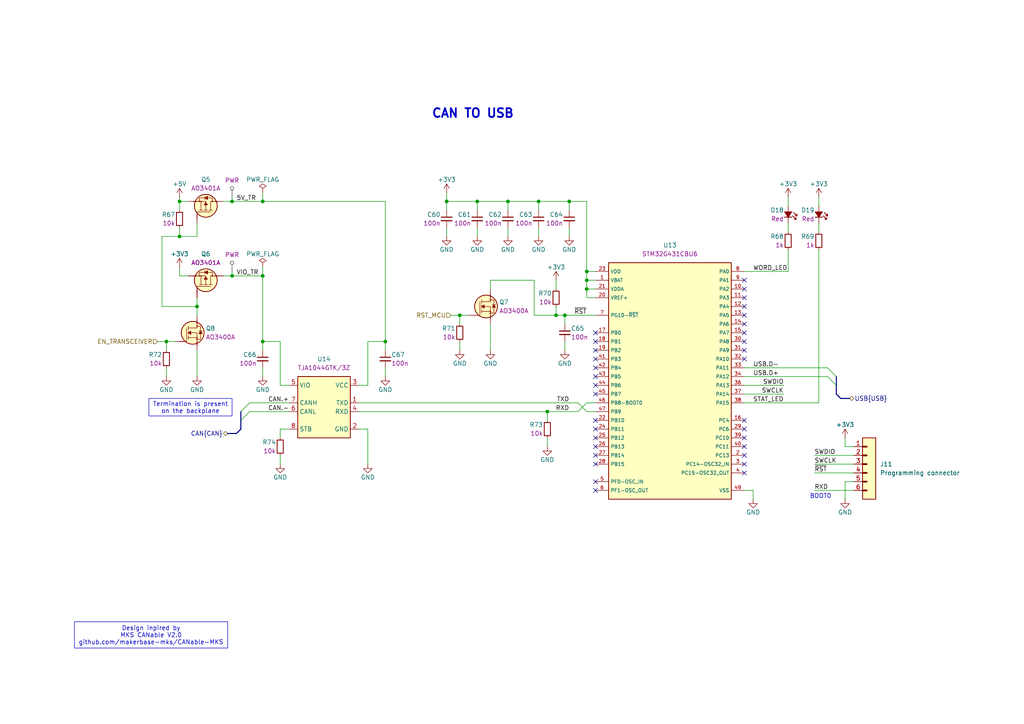
<source format=kicad_sch>
(kicad_sch (version 20250114) (generator "eeschema") (generator_version "9.0")
  (paper "A4")
  (title_block (title "ModuCard CM5 module") (date "2025-07-05") (rev "1.0.0") (company "KoNaR") (comment 1 "Project author: Dominik Pluta"))
  (lib_symbols
    (symbol "DW-ICs:STM32G431CBU6"
      (property "Reference" "U" (at 60.96 0 0))
      (property "MPN" "STM32G431CBU6" (at 60.96 -15.24 0))
      (symbol "STM32G431CBU6_0_0"
        (pin bidirectional line (at 0 0 0) (length 3.81) (name "PA0") (number "8"))
        (pin bidirectional line (at 0 -2.54 0) (length 3.81) (name "PA1") (number "9"))
        (pin bidirectional line (at 0 -5.08 0) (length 3.81) (name "PA2") (number "10"))
        (pin bidirectional line (at 0 -7.62 0) (length 3.81) (name "PA3") (number "11"))
        (pin bidirectional line (at 0 -10.16 0) (length 3.81) (name "PA4") (number "12"))
        (pin bidirectional line (at 0 -12.7 0) (length 3.81) (name "PA5") (number "13"))
        (pin bidirectional line (at 0 -15.24 0) (length 3.81) (name "PA6") (number "14"))
        (pin bidirectional line (at 0 -17.78 0) (length 3.81) (name "PA7") (number "15"))
        (pin bidirectional line (at 0 -20.32 0) (length 3.81) (name "PA8") (number "30"))
        (pin bidirectional line (at 0 -22.86 0) (length 3.81) (name "PA9") (number "31"))
        (pin bidirectional line (at 0 -25.4 0) (length 3.81) (name "PA10") (number "32"))
        (pin bidirectional line (at 0 -27.94 0) (length 3.81) (name "PA11") (number "33"))
        (pin bidirectional line (at 0 -30.48 0) (length 3.81) (name "PA12") (number "34"))
        (pin bidirectional line (at 0 -33.02 0) (length 3.81) (name "PA13") (number "36"))
        (pin bidirectional line (at 0 -35.56 0) (length 3.81) (name "PA14") (number "37"))
        (pin bidirectional line (at 0 -38.1 0) (length 3.81) (name "PA15") (number "38"))
        (pin bidirectional line (at 0 -43.18 0) (length 3.81) (name "PC4") (number "16"))
        (pin bidirectional line (at 0 -45.72 0) (length 3.81) (name "PC6") (number "29"))
        (pin bidirectional line (at 0 -48.26 0) (length 3.81) (name "PC10") (number "39"))
        (pin bidirectional line (at 0 -50.8 0) (length 3.81) (name "PC11") (number "40"))
        (pin bidirectional line (at 0 -53.34 0) (length 3.81) (name "PC13") (number "2"))
        (pin bidirectional line (at 0 -55.88 0) (length 3.81) (name "PC14-OSC32_IN") (number "3"))
        (pin bidirectional line (at 0 -58.42 0) (length 3.81) (name "PC15-OSC32_OUT") (number "4"))
        (pin power_in line (at 0 -63.5 0) (length 3.81) (name "VSS") (number "49"))
        (pin power_in line (at 43.18 0 180) (length 3.81) (name "VDD") (number "23"))
        (pin power_in line (at 43.18 -2.54 180) (length 3.81) (name "VBAT") (number "1"))
        (pin power_in line (at 43.18 -5.08 180) (length 3.81) (name "VDDA") (number "21"))
        (pin power_in line (at 43.18 -7.62 180) (length 3.81) (name "VREF+") (number "20"))
        (pin bidirectional line (at 43.18 -12.7 180) (length 3.81) (name "PG10-~{RST}") (number "7"))
        (pin bidirectional line (at 43.18 -17.78 180) (length 3.81) (name "PB0") (number "17"))
        (pin bidirectional line (at 43.18 -20.32 180) (length 3.81) (name "PB1") (number "18"))
        (pin bidirectional line (at 43.18 -22.86 180) (length 3.81) (name "PB2") (number "19"))
        (pin bidirectional line (at 43.18 -25.4 180) (length 3.81) (name "PB3") (number "41"))
        (pin bidirectional line (at 43.18 -27.94 180) (length 3.81) (name "PB4") (number "42"))
        (pin bidirectional line (at 43.18 -30.48 180) (length 3.81) (name "PB5") (number "43"))
        (pin bidirectional line (at 43.18 -33.02 180) (length 3.81) (name "PB6") (number "44"))
        (pin bidirectional line (at 43.18 -35.56 180) (length 3.81) (name "PB7") (number "45"))
        (pin bidirectional line (at 43.18 -38.1 180) (length 3.81) (name "PB8-BOOT0") (number "46"))
        (pin bidirectional line (at 43.18 -40.64 180) (length 3.81) (name "PB9") (number "47"))
        (pin bidirectional line (at 43.18 -43.18 180) (length 3.81) (name "PB10") (number "22"))
        (pin bidirectional line (at 43.18 -45.72 180) (length 3.81) (name "PB11") (number "24"))
        (pin bidirectional line (at 43.18 -48.26 180) (length 3.81) (name "PB12") (number "25"))
        (pin bidirectional line (at 43.18 -50.8 180) (length 3.81) (name "PB13") (number "26"))
        (pin bidirectional line (at 43.18 -53.34 180) (length 3.81) (name "PB14") (number "27"))
        (pin bidirectional line (at 43.18 -55.88 180) (length 3.81) (name "PB15") (number "28"))
      )
      (symbol "STM32G431CBU6_1_0"
        (pin passive line (at 43.18 0 180) (length 3.81) (hide yes) (name "VDD") (number "35"))
        (pin passive line (at 43.18 0 180) (length 3.81) (hide yes) (name "VDD") (number "48"))
        (pin input line (at 43.18 -60.96 180) (length 3.81) (name "PF0-OSC_IN") (number "5"))
        (pin output line (at 43.18 -63.5 180) (length 3.81) (name "PF1-OSC_OUT") (number "6"))
      )
    )
    (symbol "DW-ICs:TJA1044GTK_3Z"
      (property "Reference" "U" (at 31.75 0 0))
      (property "MPN" "TJA1044GTK/3Z" (at 31.75 -15.24 0))
      (symbol "TJA1044GTK_3Z_1_1"
        (pin power_in line (at 0 0 0) (length 2.54) (name "VCC") (number "3"))
        (pin input line (at 0 -5.08 0) (length 2.54) (name "TXD") (number "1"))
        (pin output line (at 0 -7.62 0) (length 2.54) (name "RXD") (number "4"))
        (pin power_in line (at 0 -12.7 0) (length 2.54) (name "GND") (number "2"))
        (pin passive line (at 0 -12.7 0) (length 2.54) (hide yes) (name "GND") (number "9"))
        (pin power_in line (at 20.32 0 180) (length 2.54) (name "VIO") (number "5"))
        (pin bidirectional line (at 20.32 -5.08 180) (length 2.54) (name "CANH") (number "7"))
        (pin bidirectional line (at 20.32 -7.62 180) (length 2.54) (name "CANL") (number "6"))
        (pin passive line (at 20.32 -12.7 180) (length 2.54) (name "STB") (number "8"))
      )
    )
    (symbol "DW-capacitors:C-100n-0402" (pin_numbers (hide yes)) (pin_names (hide yes))
      (property "Reference" "C" (at 12.7 0 0))
      (property "Val" "100n" (at 12.7 -20.32 0))
      (symbol "C-100n-0402_1_1"
        (pin passive line (at 0 0 0) (length 2.032) (name "~") (number "1"))
        (pin passive line (at 5.08 0 180) (length 2.032) (name "~") (number "2"))
      )
    )
    (symbol "DW-connectors:Custom-programming-connector-1x6_P1.27mm" (in_bom no)
      (property "Reference" "J" (at 8.89 0 0))
      (property "Value" "Programming connector" (at 8.89 -2.54 0))
      (symbol "Custom-programming-connector-1x6_P1.27mm_1_1"
        (pin passive line (at 0 0 0) (length 2.54) (name "~") (number "1"))
        (pin passive line (at 0 -2.54 0) (length 2.54) (name "~") (number "2"))
        (pin passive line (at 0 -5.08 0) (length 2.54) (name "~") (number "3"))
        (pin passive line (at 0 -7.62 0) (length 2.54) (name "~") (number "4"))
        (pin passive line (at 0 -10.16 0) (length 2.54) (name "~") (number "5"))
        (pin passive line (at 0 -12.7 0) (length 2.54) (name "~") (number "6"))
      )
    )
    (symbol "DW-diodes:LED-R-0603_KT-0603R" (pin_numbers (hide yes)) (pin_names (hide yes))
      (property "Reference" "D" (at 12.7 0 0))
      (property "Color" "Red" (at 12.7 -20.32 0))
      (symbol "LED-R-0603_KT-0603R_1_1"
        (pin passive line (at 0 0 0) (length 0.635) (name "C") (number "1"))
        (pin passive line (at 5.08 0 180) (length 0.635) (name "A") (number "2"))
      )
    )
    (symbol "DW-power-symbols:+3V3" (power) (pin_numbers (hide yes)) (pin_names (offset 0) (hide yes))
      (property "Value" "+3V3" (at 0 3.556 0))
      (symbol "+3V3_1_1"
        (pin power_in line (at 0 0 90) (length 0) (name "~") (number "1"))
      )
    )
    (symbol "DW-power-symbols:+5V" (power) (pin_numbers (hide yes)) (pin_names (offset 0) (hide yes))
      (property "Value" "+5V" (at 0 3.556 0))
      (symbol "+5V_1_1"
        (pin power_in line (at 0 0 90) (length 0) (name "~") (number "1"))
      )
    )
    (symbol "DW-power-symbols:GND" (power) (pin_numbers (hide yes)) (pin_names (offset 0) (hide yes))
      (property "Value" "GND" (at 0 -3.81 0))
      (symbol "GND_1_1"
        (pin power_in line (at 0 0 270) (length 0) (name "~") (number "1"))
      )
    )
    (symbol "DW-power-symbols:PWR_FLAG" (power) (pin_numbers (hide yes)) (pin_names (offset 0) (hide yes))
      (property "Value" "PWR_FLAG" (at 0 3.81 0))
      (symbol "PWR_FLAG_0_0"
        (pin power_out line (at 0 0 90) (length 0) (name "~") (number "1"))
      )
    )
    (symbol "DW-resistors:R-10k-0402" (pin_numbers (hide yes)) (pin_names (offset 0) (hide yes))
      (property "Reference" "R" (at 12.7 0 0))
      (property "Val" "10k" (at 12.7 -20.32 0))
      (symbol "R-10k-0402_1_1"
        (pin passive line (at 0 0 0) (length 0.635) (name "~") (number "1"))
        (pin passive line (at 5.08 0 180) (length 0.635) (name "~") (number "2"))
      )
    )
    (symbol "DW-resistors:R-1k-0402" (pin_numbers (hide yes)) (pin_names (offset 0) (hide yes))
      (property "Reference" "R" (at 12.7 0 0))
      (property "Val" "1k" (at 12.7 -20.32 0))
      (symbol "R-1k-0402_1_1"
        (pin passive line (at 0 0 0) (length 0.635) (name "~") (number "1"))
        (pin passive line (at 5.08 0 180) (length 0.635) (name "~") (number "2"))
      )
    )
    (symbol "DW-transistors:AO3400A" (pin_numbers (hide yes)) (pin_names (offset 0) (hide yes))
      (property "Reference" "Q" (at 10.16 0 0))
      (property "MPN" "AO3400A" (at 10.16 -15.24 0))
      (symbol "AO3400A_1_1"
        (pin passive line (at 0 0 0) (length 2.54) (name "G") (number "1"))
        (pin passive line (at 6.35 7.62 270) (length 2.54) (name "D") (number "3"))
        (pin passive line (at 6.35 -2.54 90) (length 2.54) (name "S") (number "2"))
      )
    )
    (symbol "DW-transistors:AO3401A" (pin_numbers (hide yes)) (pin_names (offset 0) (hide yes))
      (property "Reference" "Q" (at 10.16 0 0))
      (property "MPN" "AO3401A" (at 10.16 -15.24 0))
      (symbol "AO3401A_1_1"
        (pin passive line (at 0 0 0) (length 2.54) (name "G") (number "1"))
        (pin passive line (at 6.35 7.62 270) (length 2.54) (name "D") (number "3"))
        (pin passive line (at 6.35 -2.54 90) (length 2.54) (name "S") (number "2"))
      )
    )
  )
  (text "BOOT0" (at 237.998 144.018 0) (effects (font (size 1.27 1.27))))
  (text "CAN TO USB" (at 137.16 33.02 0) (effects (font (size 2.54 2.54) (bold yes))))
  (text_box "Termination is present\non the backplane" (at 43.18 115.57 0) (size 24.13 5.08) (margins 0.9525 0.9525 0.9525 0.9525) (effects (font (size 1.27 1.27))))
  (text_box "Design inpired by \nMKS CANable V2.0\ngithub.com/makerbase-mks/CANable-MKS" (at 21.59 180.34 0) (size 44.45 7.62) (margins 0.9525 0.9525 0.9525 0.9525) (effects (font (size 1.27 1.27))))
  (junction (at 165.1 58.42))
  (junction (at 133.35 91.44))
  (junction (at 111.76 99.06))
  (junction (at 76.2 80.01))
  (junction (at 48.26 99.06))
  (junction (at 147.32 58.42))
  (junction (at 67.31 58.42))
  (junction (at 52.07 58.42))
  (junction (at 163.83 91.44))
  (junction (at 76.2 99.06))
  (junction (at 76.2 58.42))
  (junction (at 57.15 88.9))
  (junction (at 170.18 78.74))
  (junction (at 52.07 68.58))
  (junction (at 161.29 91.44))
  (junction (at 170.18 83.82))
  (junction (at 67.31 80.01))
  (junction (at 138.43 58.42))
  (junction (at 129.54 58.42))
  (junction (at 170.18 81.28))
  (junction (at 156.21 58.42))
  (junction (at 158.75 119.38))
  (no_connect (at 172.72 121.92))
  (no_connect (at 172.72 114.3))
  (no_connect (at 215.9 134.62))
  (no_connect (at 215.9 137.16))
  (no_connect (at 215.9 88.9))
  (no_connect (at 172.72 142.24))
  (no_connect (at 215.9 99.06))
  (no_connect (at 215.9 91.44))
  (no_connect (at 215.9 96.52))
  (no_connect (at 215.9 83.82))
  (no_connect (at 215.9 101.6))
  (no_connect (at 172.72 104.14))
  (no_connect (at 215.9 81.28))
  (no_connect (at 172.72 139.7))
  (no_connect (at 172.72 129.54))
  (no_connect (at 172.72 124.46))
  (no_connect (at 215.9 121.92))
  (no_connect (at 172.72 109.22))
  (no_connect (at 172.72 127))
  (no_connect (at 172.72 134.62))
  (no_connect (at 215.9 124.46))
  (no_connect (at 172.72 106.68))
  (no_connect (at 172.72 111.76))
  (no_connect (at 215.9 86.36))
  (no_connect (at 172.72 101.6))
  (no_connect (at 172.72 96.52))
  (no_connect (at 215.9 93.98))
  (no_connect (at 172.72 132.08))
  (no_connect (at 215.9 104.14))
  (no_connect (at 215.9 129.54))
  (no_connect (at 215.9 127))
  (no_connect (at 215.9 132.08))
  (no_connect (at 172.72 99.06))
  (bus_entry (at 240.03 106.68) (size 2.54 2.54))
  (bus_entry (at 240.03 109.22) (size 2.54 2.54))
  (bus_entry (at 69.85 119.38) (size 2.54 -2.54))
  (bus_entry (at 69.85 121.92) (size 2.54 -2.54))
  (wire (pts (xy 158.75 119.38) (xy 167.64 119.38)))
  (wire (pts (xy 76.2 80.01) (xy 76.2 99.06)))
  (wire (pts (xy 158.75 129.54) (xy 158.75 127)))
  (wire (pts (xy 45.72 99.06) (xy 48.26 99.06)))
  (wire (pts (xy 245.11 139.7) (xy 245.11 144.78)))
  (wire (pts (xy 52.07 60.96) (xy 52.07 58.42)))
  (wire (pts (xy 147.32 58.42) (xy 147.32 60.96)))
  (wire (pts (xy 104.14 116.84) (xy 167.64 116.84)))
  (wire (pts (xy 156.21 68.58) (xy 156.21 66.04)))
  (wire (pts (xy 245.11 127) (xy 245.11 129.54)))
  (wire (pts (xy 172.72 81.28) (xy 170.18 81.28)))
  (wire (pts (xy 218.44 142.24) (xy 215.9 142.24)))
  (wire (pts (xy 170.18 78.74) (xy 172.72 78.74)))
  (wire (pts (xy 172.72 86.36) (xy 170.18 86.36)))
  (wire (pts (xy 163.83 91.44) (xy 163.83 93.98)))
  (wire (pts (xy 237.49 64.77) (xy 237.49 67.31)))
  (wire (pts (xy 172.72 83.82) (xy 170.18 83.82)))
  (wire (pts (xy 130.81 91.44) (xy 133.35 91.44)))
  (wire (pts (xy 46.99 68.58) (xy 46.99 88.9)))
  (wire (pts (xy 76.2 99.06) (xy 81.28 99.06)))
  (wire (pts (xy 161.29 91.44) (xy 163.83 91.44)))
  (wire (pts (xy 215.9 111.76) (xy 227.33 111.76)))
  (wire (pts (xy 106.68 124.46) (xy 106.68 134.62)))
  (wire (pts (xy 215.9 109.22) (xy 240.03 109.22)))
  (wire (pts (xy 57.15 68.58) (xy 52.07 68.58)))
  (wire (pts (xy 106.68 99.06) (xy 106.68 111.76)))
  (wire (pts (xy 106.68 99.06) (xy 111.76 99.06)))
  (wire (pts (xy 57.15 88.9) (xy 57.15 91.44)))
  (wire (pts (xy 247.65 142.24) (xy 236.22 142.24)))
  (wire (pts (xy 147.32 68.58) (xy 147.32 66.04)))
  (wire (pts (xy 228.6 64.77) (xy 228.6 67.31)))
  (wire (pts (xy 237.49 57.15) (xy 237.49 59.69)))
  (wire (pts (xy 57.15 109.22) (xy 57.15 101.6)))
  (wire (pts (xy 81.28 127) (xy 81.28 124.46)))
  (wire (pts (xy 52.07 77.47) (xy 52.07 80.01)))
  (wire (pts (xy 154.94 81.28) (xy 154.94 91.44)))
  (wire (pts (xy 67.31 80.01) (xy 76.2 80.01)))
  (wire (pts (xy 138.43 58.42) (xy 129.54 58.42)))
  (wire (pts (xy 161.29 88.9) (xy 161.29 91.44)))
  (wire (pts (xy 215.9 78.74) (xy 228.6 78.74)))
  (wire (pts (xy 48.26 99.06) (xy 50.8 99.06)))
  (wire (pts (xy 67.31 78.74) (xy 67.31 80.01)))
  (wire (pts (xy 170.18 116.84) (xy 172.72 116.84)))
  (wire (pts (xy 67.31 57.15) (xy 67.31 58.42)))
  (wire (pts (xy 52.07 57.15) (xy 52.07 58.42)))
  (wire (pts (xy 129.54 68.58) (xy 129.54 66.04)))
  (wire (pts (xy 57.15 86.36) (xy 57.15 88.9)))
  (wire (pts (xy 104.14 119.38) (xy 158.75 119.38)))
  (bus (pts (xy 242.57 109.22) (xy 242.57 111.76)))
  (wire (pts (xy 133.35 101.6) (xy 133.35 99.06)))
  (wire (pts (xy 215.9 116.84) (xy 237.49 116.84)))
  (wire (pts (xy 215.9 106.68) (xy 240.03 106.68)))
  (wire (pts (xy 133.35 93.98) (xy 133.35 91.44)))
  (wire (pts (xy 111.76 58.42) (xy 111.76 99.06)))
  (bus (pts (xy 242.57 111.76) (xy 242.57 114.3)))
  (wire (pts (xy 81.28 111.76) (xy 83.82 111.76)))
  (wire (pts (xy 147.32 58.42) (xy 138.43 58.42)))
  (wire (pts (xy 161.29 81.28) (xy 161.29 83.82)))
  (wire (pts (xy 138.43 68.58) (xy 138.43 66.04)))
  (bus (pts (xy 69.85 124.46) (xy 68.58 125.73)))
  (wire (pts (xy 154.94 91.44) (xy 161.29 91.44)))
  (wire (pts (xy 129.54 55.88) (xy 129.54 58.42)))
  (wire (pts (xy 111.76 101.6) (xy 111.76 99.06)))
  (wire (pts (xy 247.65 139.7) (xy 245.11 139.7)))
  (wire (pts (xy 170.18 119.38) (xy 172.72 119.38)))
  (wire (pts (xy 158.75 121.92) (xy 158.75 119.38)))
  (wire (pts (xy 170.18 58.42) (xy 170.18 78.74)))
  (bus (pts (xy 69.85 121.92) (xy 69.85 119.38)))
  (wire (pts (xy 57.15 64.77) (xy 57.15 68.58)))
  (wire (pts (xy 81.28 134.62) (xy 81.28 132.08)))
  (wire (pts (xy 163.83 99.06) (xy 163.83 101.6)))
  (wire (pts (xy 46.99 68.58) (xy 52.07 68.58)))
  (wire (pts (xy 163.83 91.44) (xy 172.72 91.44)))
  (wire (pts (xy 81.28 99.06) (xy 81.28 111.76)))
  (wire (pts (xy 156.21 58.42) (xy 156.21 60.96)))
  (wire (pts (xy 215.9 114.3) (xy 227.33 114.3)))
  (wire (pts (xy 76.2 101.6) (xy 76.2 99.06)))
  (wire (pts (xy 228.6 57.15) (xy 228.6 59.69)))
  (wire (pts (xy 67.31 80.01) (xy 64.77 80.01)))
  (bus (pts (xy 242.57 114.3) (xy 243.84 115.57)))
  (wire (pts (xy 111.76 58.42) (xy 76.2 58.42)))
  (wire (pts (xy 48.26 101.6) (xy 48.26 99.06)))
  (bus (pts (xy 243.84 115.57) (xy 246.38 115.57)))
  (wire (pts (xy 167.64 119.38) (xy 170.18 116.84)))
  (wire (pts (xy 247.65 129.54) (xy 245.11 129.54)))
  (wire (pts (xy 81.28 124.46) (xy 83.82 124.46)))
  (wire (pts (xy 76.2 55.88) (xy 76.2 58.42)))
  (wire (pts (xy 67.31 58.42) (xy 76.2 58.42)))
  (wire (pts (xy 167.64 116.84) (xy 170.18 119.38)))
  (wire (pts (xy 165.1 58.42) (xy 170.18 58.42)))
  (wire (pts (xy 147.32 58.42) (xy 156.21 58.42)))
  (wire (pts (xy 67.31 58.42) (xy 64.77 58.42)))
  (wire (pts (xy 52.07 66.04) (xy 52.07 68.58)))
  (wire (pts (xy 72.39 116.84) (xy 83.82 116.84)))
  (wire (pts (xy 142.24 81.28) (xy 154.94 81.28)))
  (wire (pts (xy 76.2 77.47) (xy 76.2 80.01)))
  (bus (pts (xy 69.85 124.46) (xy 69.85 121.92)))
  (wire (pts (xy 228.6 72.39) (xy 228.6 78.74)))
  (wire (pts (xy 111.76 106.68) (xy 111.76 109.22)))
  (wire (pts (xy 54.61 58.42) (xy 52.07 58.42)))
  (wire (pts (xy 165.1 68.58) (xy 165.1 66.04)))
  (wire (pts (xy 129.54 60.96) (xy 129.54 58.42)))
  (wire (pts (xy 142.24 83.82) (xy 142.24 81.28)))
  (wire (pts (xy 247.65 137.16) (xy 236.22 137.16)))
  (wire (pts (xy 142.24 101.6) (xy 142.24 93.98)))
  (wire (pts (xy 247.65 134.62) (xy 236.22 134.62)))
  (wire (pts (xy 106.68 111.76) (xy 104.14 111.76)))
  (wire (pts (xy 76.2 106.68) (xy 76.2 109.22)))
  (wire (pts (xy 104.14 124.46) (xy 106.68 124.46)))
  (wire (pts (xy 165.1 58.42) (xy 165.1 60.96)))
  (wire (pts (xy 52.07 80.01) (xy 54.61 80.01)))
  (wire (pts (xy 72.39 119.38) (xy 83.82 119.38)))
  (wire (pts (xy 133.35 91.44) (xy 135.89 91.44)))
  (wire (pts (xy 170.18 78.74) (xy 170.18 81.28)))
  (wire (pts (xy 218.44 142.24) (xy 218.44 144.78)))
  (wire (pts (xy 48.26 109.22) (xy 48.26 106.68)))
  (wire (pts (xy 156.21 58.42) (xy 165.1 58.42)))
  (bus (pts (xy 68.58 125.73) (xy 66.04 125.73)))
  (wire (pts (xy 138.43 58.42) (xy 138.43 60.96)))
  (wire (pts (xy 247.65 132.08) (xy 236.22 132.08)))
  (wire (pts (xy 57.15 88.9) (xy 46.99 88.9)))
  (wire (pts (xy 170.18 83.82) (xy 170.18 86.36)))
  (wire (pts (xy 170.18 81.28) (xy 170.18 83.82)))
  (wire (pts (xy 237.49 72.39) (xy 237.49 116.84)))
  (label "~{RST}" (at 236.22 137.16 0))
  (label "WORD_LED" (at 218.44 78.74 0))
  (label "STAT_LED" (at 218.44 116.84 0))
  (label "5V_TR" (at 68.58 58.42 0))
  (label "RXD" (at 236.22 142.24 0))
  (label "SWCLK" (at 227.33 114.3 180))
  (label "USB.D-" (at 218.44 106.68 0))
  (label "TXD" (at 165.1 116.84 180))
  (label "SWCLK" (at 236.22 134.62 0))
  (label "RXD" (at 165.1 119.38 180))
  (label "VIO_TR" (at 68.58 80.01 0))
  (label "CAN.-" (at 83.82 119.38 180))
  (label "SWDIO" (at 236.22 132.08 0))
  (label "USB.D+" (at 218.44 109.22 0))
  (label "SWDIO" (at 227.33 111.76 180))
  (label "~{RST}" (at 170.18 91.44 180))
  (label "CAN.+" (at 83.82 116.84 180))
  (hierarchical_label "EN_TRANSCEIVER" (shape input) (at 45.72 99.06 180))
  (hierarchical_label "RST_MCU" (shape input) (at 130.81 91.44 180))
  (hierarchical_label "USB{USB}" (shape bidirectional) (at 246.38 115.57 0))
  (hierarchical_label "CAN{CAN}" (shape bidirectional) (at 66.04 125.73 180))
  (netclass_flag "" (length 2.54) (shape round) (at 67.31 78.74 0) (property "Netclass" "PWR" (at 67.31 73.914 0)))
  (netclass_flag "" (length 2.54) (shape round) (at 67.31 57.15 0) (property "Netclass" "PWR" (at 67.31 52.324 0)))
  (symbol (lib_id "DW-power-symbols:GND") (at 163.83 101.6 0) (mirror y) (unit 1)
    (property "Reference" "#PWR0156" (effects (hide yes)))
    (property "Value" "GND" (at 163.83 105.41 0))
    (property "Description" "Power symbol creates a global label with name \"GND\" , ground" (effects (hide yes)))
    (instances (project "cm5-module" (path "" (reference "#PWR0156") (unit 1)) (path "" (reference "#PWR0180") (unit 1))))
  )
  (symbol (lib_id "DW-connectors:Custom-programming-connector-1x6_P1.27mm") (at 247.65 129.54 0) (unit 1) (in_bom no)
    (property "Reference" "J11" (at 255.27 134.62 0) (effects (justify left)))
    (property "Value" "Programming connector" (at 255.27 137.16 0) (effects (justify left)))
    (property "Footprint" "DW-footprints:Custom-programming-connector-1x6_P1.27mm" (effects (hide yes)))
    (property "Description" "Custom programming connector 1x6, P1.27mm" (effects (hide yes)))
    (instances (project "" (path "" (reference "J11") (unit 1)) (path "" (reference "J12") (unit 1))))
  )
  (symbol (lib_id "DW-power-symbols:GND") (at 106.68 134.62 0) (unit 1)
    (property "Reference" "#PWR0164" (effects (hide yes)))
    (property "Value" "GND" (at 106.68 138.43 0))
    (property "Description" "Power symbol creates a global label with name \"GND\" , ground" (effects (hide yes)))
    (instances (project "cm5-module" (path "" (reference "#PWR0164") (unit 1)) (path "" (reference "#PWR0188") (unit 1))))
  )
  (symbol (lib_id "DW-power-symbols:GND") (at 129.54 68.58 0) (mirror y) (unit 1)
    (property "Reference" "#PWR0147" (effects (hide yes)))
    (property "Value" "GND" (at 129.54 72.39 0))
    (property "Description" "Power symbol creates a global label with name \"GND\" , ground" (effects (hide yes)))
    (instances (project "cm5-module" (path "" (reference "#PWR0147") (unit 1)) (path "" (reference "#PWR0171") (unit 1))))
  )
  (symbol (lib_id "DW-capacitors:C-100n-0402") (at 165.1 60.96 90) (mirror x) (unit 1)
    (property "Reference" "C64" (at 163.322 62.23 90) (effects (justify left)))
    (property "Value" "C-100n-0402" (effects (hide yes)))
    (property "Footprint" "DW-footprints:C_0402_1005Metric" (effects (hide yes)))
    (property "Datasheet" "https://lcsc.com/datasheet/lcsc_datasheet_2304140030_Samsung-Electro-Mechanics-CL05B104KB54PNC_C307331.pdf" (effects (hide yes)))
    (property "Description" "50V 100nF X7R ±10% 0402 Multilayer Ceramic Capacitors MLCC - SMD/SMT ROHS" (effects (hide yes)))
    (property "Manufacturer" "Samsung Electro-Mechanics" (effects (hide yes)))
    (property "MPN" "CL05B104KB54PNC" (effects (hide yes)))
    (property "LCSC" "C307331" (effects (hide yes)))
    (property "Val" "100n" (at 163.322 64.77 90) (effects (justify left)))
    (property "Tolerance" "10%" (effects (hide yes)))
    (property "Voltage" "50V" (effects (hide yes)))
    (property "Dielectric" "X7R" (effects (hide yes)))
    (instances (project "cm5-module" (path "" (reference "C64") (unit 1)) (path "" (reference "C72") (unit 1))))
  )
  (symbol (lib_id "DW-power-symbols:PWR_FLAG") (at 76.2 55.88 0) (mirror y) (unit 1)
    (property "Reference" "#FLG012" (effects (hide yes)))
    (property "Value" "PWR_FLAG" (at 76.2 52.07 0))
    (property "Description" "Special symbol for telling ERC where power comes from" (effects (hide yes)))
    (instances (project "cm5-module" (path "" (reference "#FLG012") (unit 1)) (path "" (reference "#FLG014") (unit 1))))
  )
  (symbol (lib_id "DW-power-symbols:GND") (at 147.32 68.58 0) (mirror y) (unit 1)
    (property "Reference" "#PWR0149" (effects (hide yes)))
    (property "Value" "GND" (at 147.32 72.39 0))
    (property "Description" "Power symbol creates a global label with name \"GND\" , ground" (effects (hide yes)))
    (instances (project "cm5-module" (path "" (reference "#PWR0149") (unit 1)) (path "" (reference "#PWR0173") (unit 1))))
  )
  (symbol (lib_id "DW-power-symbols:+3V3") (at 129.54 55.88 0) (mirror y) (unit 1)
    (property "Reference" "#PWR0143" (effects (hide yes)))
    (property "Value" "+3V3" (at 129.54 52.07 0))
    (property "Description" "Power symbol creates a global label with name \"+3V3\"" (effects (hide yes)))
    (instances (project "cm5-module" (path "" (reference "#PWR0143") (unit 1)) (path "" (reference "#PWR0167") (unit 1))))
  )
  (symbol (lib_id "DW-power-symbols:PWR_FLAG") (at 76.2 77.47 0) (mirror y) (unit 1)
    (property "Reference" "#FLG013" (effects (hide yes)))
    (property "Value" "PWR_FLAG" (at 76.2 73.66 0))
    (property "Description" "Special symbol for telling ERC where power comes from" (effects (hide yes)))
    (instances (project "cm5-module" (path "" (reference "#FLG013") (unit 1)) (path "" (reference "#FLG015") (unit 1))))
  )
  (symbol (lib_id "DW-ICs:STM32G431CBU6") (at 215.9 78.74 0) (mirror y) (unit 1)
    (property "Reference" "U13" (at 194.31 71.12 0))
    (property "Value" "STM32G431CBU6" (effects (hide yes)))
    (property "Footprint" "DW-footprints:UFQFPN-48-1EP_7x7mm_P0.5mm_EP5.7x5.7mm" (effects (hide yes)))
    (property "Datasheet" "https://www.lcsc.com/datasheet/C529356.pdf" (effects (hide yes)))
    (property "Description" "ARM Cortex-M Series 170MHz UFQFPN-48(7x7) Microcontrollers (MCU/MPU/SOC) ROHS" (effects (hide yes)))
    (property "Manufacturer" "ST" (effects (hide yes)))
    (property "MPN" "STM32G431CBU6" (at 194.31 73.66 0))
    (property "LCSC" "C529356" (effects (hide yes)))
    (instances (project "" (path "" (reference "U13") (unit 1)) (path "" (reference "U15") (unit 1))))
  )
  (symbol (lib_id "DW-power-symbols:GND") (at 245.11 144.78 0) (mirror y) (unit 1)
    (property "Reference" "#PWR0166" (effects (hide yes)))
    (property "Value" "GND" (at 245.11 148.59 0))
    (property "Description" "Power symbol creates a global label with name \"GND\" , ground" (effects (hide yes)))
    (instances (project "cm5-module" (path "" (reference "#PWR0166") (unit 1)) (path "" (reference "#PWR0190") (unit 1))))
  )
  (symbol (lib_id "DW-transistors:AO3401A") (at 57.15 86.36 270) (mirror x) (unit 1)
    (property "Reference" "Q6" (at 59.69 73.66 90))
    (property "Value" "AO3401A" (effects (hide yes)))
    (property "Footprint" "DW-footprints:SOT-23-3" (effects (hide yes)))
    (property "Datasheet" "https://www.lcsc.com/datasheet/C15127.pdf" (effects (hide yes)))
    (property "Description" "30V 4A 900mV@250uA 1 P-Channel SOT-23 MOSFETs ROHS" (effects (hide yes)))
    (property "Manufacturer" "AOS" (effects (hide yes)))
    (property "MPN" "AO3401A" (at 59.69 76.2 90))
    (property "LCSC" "C15127" (effects (hide yes)))
    (property "Id" "-4A" (effects (hide yes)))
    (property "Vds" "-30V" (effects (hide yes)))
    (property "Vgs" "12V" (effects (hide yes)))
    (property "Rds(on)" "50mΩ" (effects (hide yes)))
    (instances (project "" (path "" (reference "Q6") (unit 1)) (path "" (reference "Q10") (unit 1))))
  )
  (symbol (lib_id "DW-resistors:R-10k-0402") (at 48.26 106.68 270) (mirror x) (unit 1)
    (property "Reference" "R72" (at 46.99 102.87 90) (effects (justify right)))
    (property "Value" "R-10k-0402" (effects (hide yes)))
    (property "Footprint" "DW-footprints:R_0402_1005Metric" (effects (hide yes)))
    (property "Datasheet" "https://lcsc.com/datasheet/lcsc_datasheet_2411221126_UNI-ROYAL-Uniroyal-Elec-0402WGF1002TCE_C25744.pdf" (effects (hide yes)))
    (property "Description" "62.5mW Thick Film Resistor 50V ±100ppm/℃ ±1% 10kΩ 0402 Chip Resistor - Surface Mount ROHS" (effects (hide yes)))
    (property "Manufacturer" "UNI-ROYAL(Uniroyal Elec)" (effects (hide yes)))
    (property "MPN" "0402WGF1002TCE" (effects (hide yes)))
    (property "LCSC" "C25744" (effects (hide yes)))
    (property "Val" "10k" (at 46.99 105.41 90) (effects (justify right)))
    (property "Tolerance" "1%" (effects (hide yes)))
    (instances (project "cm5-module" (path "" (reference "R72") (unit 1)) (path "" (reference "R80") (unit 1))))
  )
  (symbol (lib_id "DW-transistors:AO3401A") (at 57.15 64.77 270) (mirror x) (unit 1)
    (property "Reference" "Q5" (at 59.69 52.07 90))
    (property "Value" "AO3401A" (effects (hide yes)))
    (property "Footprint" "DW-footprints:SOT-23-3" (effects (hide yes)))
    (property "Datasheet" "https://www.lcsc.com/datasheet/C15127.pdf" (effects (hide yes)))
    (property "Description" "30V 4A 900mV@250uA 1 P-Channel SOT-23 MOSFETs ROHS" (effects (hide yes)))
    (property "Manufacturer" "AOS" (effects (hide yes)))
    (property "MPN" "AO3401A" (at 59.69 54.61 90))
    (property "LCSC" "C15127" (effects (hide yes)))
    (property "Id" "-4A" (effects (hide yes)))
    (property "Vds" "-30V" (effects (hide yes)))
    (property "Vgs" "12V" (effects (hide yes)))
    (property "Rds(on)" "50mΩ" (effects (hide yes)))
    (instances (project "cm5-module" (path "" (reference "Q5") (unit 1)) (path "" (reference "Q9") (unit 1))))
  )
  (symbol (lib_id "DW-power-symbols:+3V3") (at 245.11 127 0) (mirror y) (unit 1)
    (property "Reference" "#PWR0161" (effects (hide yes)))
    (property "Value" "+3V3" (at 245.11 123.19 0))
    (property "Description" "Power symbol creates a global label with name \"+3V3\"" (effects (hide yes)))
    (instances (project "cm5-module" (path "" (reference "#PWR0161") (unit 1)) (path "" (reference "#PWR0185") (unit 1))))
  )
  (symbol (lib_id "DW-capacitors:C-100n-0402") (at 156.21 60.96 90) (mirror x) (unit 1)
    (property "Reference" "C63" (at 154.432 62.23 90) (effects (justify left)))
    (property "Value" "C-100n-0402" (effects (hide yes)))
    (property "Footprint" "DW-footprints:C_0402_1005Metric" (effects (hide yes)))
    (property "Datasheet" "https://lcsc.com/datasheet/lcsc_datasheet_2304140030_Samsung-Electro-Mechanics-CL05B104KB54PNC_C307331.pdf" (effects (hide yes)))
    (property "Description" "50V 100nF X7R ±10% 0402 Multilayer Ceramic Capacitors MLCC - SMD/SMT ROHS" (effects (hide yes)))
    (property "Manufacturer" "Samsung Electro-Mechanics" (effects (hide yes)))
    (property "MPN" "CL05B104KB54PNC" (effects (hide yes)))
    (property "LCSC" "C307331" (effects (hide yes)))
    (property "Val" "100n" (at 154.432 64.77 90) (effects (justify left)))
    (property "Tolerance" "10%" (effects (hide yes)))
    (property "Voltage" "50V" (effects (hide yes)))
    (property "Dielectric" "X7R" (effects (hide yes)))
    (instances (project "cm5-module" (path "" (reference "C63") (unit 1)) (path "" (reference "C71") (unit 1))))
  )
  (symbol (lib_id "DW-power-symbols:GND") (at 142.24 101.6 0) (mirror y) (unit 1)
    (property "Reference" "#PWR0155" (effects (hide yes)))
    (property "Value" "GND" (at 142.24 105.41 0))
    (property "Description" "Power symbol creates a global label with name \"GND\" , ground" (effects (hide yes)))
    (instances (project "cm5-module" (path "" (reference "#PWR0155") (unit 1)) (path "" (reference "#PWR0179") (unit 1))))
  )
  (symbol (lib_id "DW-resistors:R-10k-0402") (at 158.75 127 270) (mirror x) (unit 1)
    (property "Reference" "R73" (at 157.48 123.19 90) (effects (justify right)))
    (property "Value" "R-10k-0402" (effects (hide yes)))
    (property "Footprint" "DW-footprints:R_0402_1005Metric" (effects (hide yes)))
    (property "Datasheet" "https://lcsc.com/datasheet/lcsc_datasheet_2411221126_UNI-ROYAL-Uniroyal-Elec-0402WGF1002TCE_C25744.pdf" (effects (hide yes)))
    (property "Description" "62.5mW Thick Film Resistor 50V ±100ppm/℃ ±1% 10kΩ 0402 Chip Resistor - Surface Mount ROHS" (effects (hide yes)))
    (property "Manufacturer" "UNI-ROYAL(Uniroyal Elec)" (effects (hide yes)))
    (property "MPN" "0402WGF1002TCE" (effects (hide yes)))
    (property "LCSC" "C25744" (effects (hide yes)))
    (property "Val" "10k" (at 157.48 125.73 90) (effects (justify right)))
    (property "Tolerance" "1%" (effects (hide yes)))
    (instances (project "cm5-module" (path "" (reference "R73") (unit 1)) (path "" (reference "R81") (unit 1))))
  )
  (symbol (lib_id "DW-capacitors:C-100n-0402") (at 147.32 60.96 90) (mirror x) (unit 1)
    (property "Reference" "C62" (at 145.542 62.23 90) (effects (justify left)))
    (property "Value" "C-100n-0402" (effects (hide yes)))
    (property "Footprint" "DW-footprints:C_0402_1005Metric" (effects (hide yes)))
    (property "Datasheet" "https://lcsc.com/datasheet/lcsc_datasheet_2304140030_Samsung-Electro-Mechanics-CL05B104KB54PNC_C307331.pdf" (effects (hide yes)))
    (property "Description" "50V 100nF X7R ±10% 0402 Multilayer Ceramic Capacitors MLCC - SMD/SMT ROHS" (effects (hide yes)))
    (property "Manufacturer" "Samsung Electro-Mechanics" (effects (hide yes)))
    (property "MPN" "CL05B104KB54PNC" (effects (hide yes)))
    (property "LCSC" "C307331" (effects (hide yes)))
    (property "Val" "100n" (at 145.542 64.77 90) (effects (justify left)))
    (property "Tolerance" "10%" (effects (hide yes)))
    (property "Voltage" "50V" (effects (hide yes)))
    (property "Dielectric" "X7R" (effects (hide yes)))
    (instances (project "cm5-module" (path "" (reference "C62") (unit 1)) (path "" (reference "C70") (unit 1))))
  )
  (symbol (lib_id "DW-diodes:LED-R-0603_KT-0603R") (at 237.49 64.77 270) (mirror x) (unit 1)
    (property "Reference" "D19" (at 236.22 60.96 90) (effects (justify right)))
    (property "Value" "LED-R-0603_KT-0603R" (effects (hide yes)))
    (property "Footprint" "DW-footprints:LED_0603_1608Metric_R" (effects (hide yes)))
    (property "Datasheet" "https://lcsc.com/datasheet/lcsc_datasheet_2507101606_Hubei-KENTO-Elec-KT-0603R_C2286.pdf" (effects (hide yes)))
    (property "Description" "-40℃~+85℃ Red 0603 LED Indication - Discrete ROHS" (effects (hide yes)))
    (property "Manufacturer" "Hubei KENTO Elec" (effects (hide yes)))
    (property "MPN" "KT-0603R" (effects (hide yes)))
    (property "LCSC" "C2286" (effects (hide yes)))
    (property "Color" "Red" (at 236.22 63.5 90) (effects (justify right)))
    (property "Forward voltage" "1.8V-2.4V " (effects (hide yes)))
    (instances (project "cm5-module" (path "" (reference "D19") (unit 1)) (path "" (reference "D21") (unit 1))))
  )
  (symbol (lib_id "DW-capacitors:C-100n-0402") (at 163.83 93.98 270) (unit 1)
    (property "Reference" "C65" (at 165.608 95.25 90) (effects (justify left)))
    (property "Value" "C-100n-0402" (effects (hide yes)))
    (property "Footprint" "DW-footprints:C_0402_1005Metric" (effects (hide yes)))
    (property "Datasheet" "https://lcsc.com/datasheet/lcsc_datasheet_2304140030_Samsung-Electro-Mechanics-CL05B104KB54PNC_C307331.pdf" (effects (hide yes)))
    (property "Description" "50V 100nF X7R ±10% 0402 Multilayer Ceramic Capacitors MLCC - SMD/SMT ROHS" (effects (hide yes)))
    (property "Manufacturer" "Samsung Electro-Mechanics" (effects (hide yes)))
    (property "MPN" "CL05B104KB54PNC" (effects (hide yes)))
    (property "LCSC" "C307331" (effects (hide yes)))
    (property "Val" "100n" (at 165.608 97.79 90) (effects (justify left)))
    (property "Tolerance" "10%" (effects (hide yes)))
    (property "Voltage" "50V" (effects (hide yes)))
    (property "Dielectric" "X7R" (effects (hide yes)))
    (instances (project "cm5-module" (path "" (reference "C65") (unit 1)) (path "" (reference "C73") (unit 1))))
  )
  (symbol (lib_id "DW-capacitors:C-100n-0402") (at 111.76 101.6 270) (unit 1)
    (property "Reference" "C67" (at 113.538 102.87 90) (effects (justify left)))
    (property "Value" "C-100n-0402" (effects (hide yes)))
    (property "Footprint" "DW-footprints:C_0402_1005Metric" (effects (hide yes)))
    (property "Datasheet" "https://lcsc.com/datasheet/lcsc_datasheet_2304140030_Samsung-Electro-Mechanics-CL05B104KB54PNC_C307331.pdf" (effects (hide yes)))
    (property "Description" "50V 100nF X7R ±10% 0402 Multilayer Ceramic Capacitors MLCC - SMD/SMT ROHS" (effects (hide yes)))
    (property "Manufacturer" "Samsung Electro-Mechanics" (effects (hide yes)))
    (property "MPN" "CL05B104KB54PNC" (effects (hide yes)))
    (property "LCSC" "C307331" (effects (hide yes)))
    (property "Val" "100n" (at 113.538 105.41 90) (effects (justify left)))
    (property "Tolerance" "10%" (effects (hide yes)))
    (property "Voltage" "50V" (effects (hide yes)))
    (property "Dielectric" "X7R" (effects (hide yes)))
    (instances (project "cm5-module" (path "" (reference "C67") (unit 1)) (path "" (reference "C75") (unit 1))))
  )
  (symbol (lib_id "DW-resistors:R-10k-0402") (at 133.35 99.06 270) (mirror x) (unit 1)
    (property "Reference" "R71" (at 132.08 95.25 90) (effects (justify right)))
    (property "Value" "R-10k-0402" (effects (hide yes)))
    (property "Footprint" "DW-footprints:R_0402_1005Metric" (effects (hide yes)))
    (property "Datasheet" "https://lcsc.com/datasheet/lcsc_datasheet_2411221126_UNI-ROYAL-Uniroyal-Elec-0402WGF1002TCE_C25744.pdf" (effects (hide yes)))
    (property "Description" "62.5mW Thick Film Resistor 50V ±100ppm/℃ ±1% 10kΩ 0402 Chip Resistor - Surface Mount ROHS" (effects (hide yes)))
    (property "Manufacturer" "UNI-ROYAL(Uniroyal Elec)" (effects (hide yes)))
    (property "MPN" "0402WGF1002TCE" (effects (hide yes)))
    (property "LCSC" "C25744" (effects (hide yes)))
    (property "Val" "10k" (at 132.08 97.79 90) (effects (justify right)))
    (property "Tolerance" "1%" (effects (hide yes)))
    (instances (project "cm5-module" (path "" (reference "R71") (unit 1)) (path "" (reference "R79") (unit 1))))
  )
  (symbol (lib_id "DW-power-symbols:GND") (at 165.1 68.58 0) (mirror y) (unit 1)
    (property "Reference" "#PWR0151" (effects (hide yes)))
    (property "Value" "GND" (at 165.1 72.39 0))
    (property "Description" "Power symbol creates a global label with name \"GND\" , ground" (effects (hide yes)))
    (instances (project "cm5-module" (path "" (reference "#PWR0151") (unit 1)) (path "" (reference "#PWR0175") (unit 1))))
  )
  (symbol (lib_id "DW-resistors:R-10k-0402") (at 52.07 66.04 270) (mirror x) (unit 1)
    (property "Reference" "R67" (at 50.8 62.23 90) (effects (justify right)))
    (property "Value" "R-10k-0402" (effects (hide yes)))
    (property "Footprint" "DW-footprints:R_0402_1005Metric" (effects (hide yes)))
    (property "Datasheet" "https://lcsc.com/datasheet/lcsc_datasheet_2411221126_UNI-ROYAL-Uniroyal-Elec-0402WGF1002TCE_C25744.pdf" (effects (hide yes)))
    (property "Description" "62.5mW Thick Film Resistor 50V ±100ppm/℃ ±1% 10kΩ 0402 Chip Resistor - Surface Mount ROHS" (effects (hide yes)))
    (property "Manufacturer" "UNI-ROYAL(Uniroyal Elec)" (effects (hide yes)))
    (property "MPN" "0402WGF1002TCE" (effects (hide yes)))
    (property "LCSC" "C25744" (effects (hide yes)))
    (property "Val" "10k" (at 50.8 64.77 90) (effects (justify right)))
    (property "Tolerance" "1%" (effects (hide yes)))
    (instances (project "cm5-module" (path "" (reference "R67") (unit 1)) (path "" (reference "R75") (unit 1))))
  )
  (symbol (lib_id "DW-transistors:AO3400A") (at 50.8 99.06 0) (unit 1)
    (property "Reference" "Q8" (at 59.69 95.25 0) (effects (justify left)))
    (property "Value" "AO3400A" (effects (hide yes)))
    (property "Footprint" "DW-footprints:SOT-23-3" (effects (hide yes)))
    (property "Datasheet" "https://www.lcsc.com/datasheet/C20917.pdf" (effects (hide yes)))
    (property "Description" "30V 48mΩ@2.5V 1.45V@250uA SOT-23-3L MOSFETs ROHS" (effects (hide yes)))
    (property "Manufacturer" "AOS" (effects (hide yes)))
    (property "MPN" "AO3400A" (at 59.69 97.79 0) (effects (justify left)))
    (property "LCSC" "C20917" (effects (hide yes)))
    (property "Id" "5.7A" (effects (hide yes)))
    (property "Vds" "30V" (effects (hide yes)))
    (property "Vgs" "12V" (effects (hide yes)))
    (property "Rds(on)" "26.5mΩ" (effects (hide yes)))
    (instances (project "cm5-module" (path "" (reference "Q8") (unit 1)) (path "" (reference "Q12") (unit 1))))
  )
  (symbol (lib_id "DW-power-symbols:GND") (at 158.75 129.54 0) (mirror y) (unit 1)
    (property "Reference" "#PWR0162" (effects (hide yes)))
    (property "Value" "GND" (at 158.75 133.35 0))
    (property "Description" "Power symbol creates a global label with name \"GND\" , ground" (effects (hide yes)))
    (instances (project "cm5-module" (path "" (reference "#PWR0162") (unit 1)) (path "" (reference "#PWR0186") (unit 1))))
  )
  (symbol (lib_id "DW-power-symbols:GND") (at 76.2 109.22 0) (mirror y) (unit 1)
    (property "Reference" "#PWR0159" (effects (hide yes)))
    (property "Value" "GND" (at 76.2 113.03 0))
    (property "Description" "Power symbol creates a global label with name \"GND\" , ground" (effects (hide yes)))
    (instances (project "cm5-module" (path "" (reference "#PWR0159") (unit 1)) (path "" (reference "#PWR0183") (unit 1))))
  )
  (symbol (lib_id "DW-transistors:AO3400A") (at 135.89 91.44 0) (unit 1)
    (property "Reference" "Q7" (at 144.78 87.63 0) (effects (justify left)))
    (property "Value" "AO3400A" (effects (hide yes)))
    (property "Footprint" "DW-footprints:SOT-23-3" (effects (hide yes)))
    (property "Datasheet" "https://www.lcsc.com/datasheet/C20917.pdf" (effects (hide yes)))
    (property "Description" "30V 48mΩ@2.5V 1.45V@250uA SOT-23-3L MOSFETs ROHS" (effects (hide yes)))
    (property "Manufacturer" "AOS" (effects (hide yes)))
    (property "MPN" "AO3400A" (at 144.78 90.17 0) (effects (justify left)))
    (property "LCSC" "C20917" (effects (hide yes)))
    (property "Id" "5.7A" (effects (hide yes)))
    (property "Vds" "30V" (effects (hide yes)))
    (property "Vgs" "12V" (effects (hide yes)))
    (property "Rds(on)" "26.5mΩ" (effects (hide yes)))
    (instances (project "cm5-module" (path "" (reference "Q7") (unit 1)) (path "" (reference "Q11") (unit 1))))
  )
  (symbol (lib_id "DW-power-symbols:GND") (at 111.76 109.22 0) (unit 1)
    (property "Reference" "#PWR0160" (effects (hide yes)))
    (property "Value" "GND" (at 111.76 113.03 0))
    (property "Description" "Power symbol creates a global label with name \"GND\" , ground" (effects (hide yes)))
    (instances (project "cm5-module" (path "" (reference "#PWR0160") (unit 1)) (path "" (reference "#PWR0184") (unit 1))))
  )
  (symbol (lib_id "DW-power-symbols:GND") (at 133.35 101.6 0) (mirror y) (unit 1)
    (property "Reference" "#PWR0154" (effects (hide yes)))
    (property "Value" "GND" (at 133.35 105.41 0))
    (property "Description" "Power symbol creates a global label with name \"GND\" , ground" (effects (hide yes)))
    (instances (project "cm5-module" (path "" (reference "#PWR0154") (unit 1)) (path "" (reference "#PWR0178") (unit 1))))
  )
  (symbol (lib_id "DW-power-symbols:+5V") (at 52.07 57.15 0) (mirror y) (unit 1)
    (property "Reference" "#PWR0144" (effects (hide yes)))
    (property "Value" "+5V" (at 52.07 53.34 0))
    (property "Description" "Power symbol creates a global label with name \"+5V\"" (effects (hide yes)))
    (instances (project "cm5-module" (path "" (reference "#PWR0144") (unit 1)) (path "" (reference "#PWR0168") (unit 1))))
  )
  (symbol (lib_id "DW-power-symbols:+3V3") (at 52.07 77.47 0) (mirror y) (unit 1)
    (property "Reference" "#PWR0152" (effects (hide yes)))
    (property "Value" "+3V3" (at 52.07 73.66 0))
    (property "Description" "Power symbol creates a global label with name \"+3V3\"" (effects (hide yes)))
    (instances (project "cm5-module" (path "" (reference "#PWR0152") (unit 1)) (path "" (reference "#PWR0176") (unit 1))))
  )
  (symbol (lib_id "DW-power-symbols:+3V3") (at 228.6 57.15 0) (unit 1)
    (property "Reference" "#PWR0145" (effects (hide yes)))
    (property "Value" "+3V3" (at 228.6 53.34 0))
    (property "Description" "Power symbol creates a global label with name \"+3V3\"" (effects (hide yes)))
    (instances (project "cm5-module" (path "" (reference "#PWR0145") (unit 1)) (path "" (reference "#PWR0169") (unit 1))))
  )
  (symbol (lib_id "DW-power-symbols:+3V3") (at 237.49 57.15 0) (unit 1)
    (property "Reference" "#PWR0146" (effects (hide yes)))
    (property "Value" "+3V3" (at 237.49 53.34 0))
    (property "Description" "Power symbol creates a global label with name \"+3V3\"" (effects (hide yes)))
    (instances (project "cm5-module" (path "" (reference "#PWR0146") (unit 1)) (path "" (reference "#PWR0170") (unit 1))))
  )
  (symbol (lib_id "DW-ICs:TJA1044GTK_3Z") (at 104.14 111.76 0) (mirror y) (unit 1)
    (property "Reference" "U14" (at 93.98 104.14 0))
    (property "Value" "TJA1044GTK_3Z" (effects (hide yes)))
    (property "Footprint" "DW-footprints:HVSON-8-1EP_3x3mm_P0.65mm_EP1.6x2.4mm" (effects (hide yes)))
    (property "Datasheet" "https://www.nxp.com/docs/en/data-sheet/TJA1044.pdf" (effects (hide yes)))
    (property "Description" "5Mbps CAN Transceiver HVSON-8-EP(3x3) CAN Transceivers ROHS" (effects (hide yes)))
    (property "Manufacturer" "NXP" (effects (hide yes)))
    (property "MPN" "TJA1044GTK/3Z" (at 93.98 106.68 0))
    (property "LCSC" "C2157795" (effects (hide yes)))
    (instances (project "" (path "" (reference "U14") (unit 1)) (path "" (reference "U16") (unit 1))))
  )
  (symbol (lib_id "DW-capacitors:C-100n-0402") (at 76.2 101.6 90) (mirror x) (unit 1)
    (property "Reference" "C66" (at 74.422 102.87 90) (effects (justify left)))
    (property "Value" "C-100n-0402" (effects (hide yes)))
    (property "Footprint" "DW-footprints:C_0402_1005Metric" (effects (hide yes)))
    (property "Datasheet" "https://lcsc.com/datasheet/lcsc_datasheet_2304140030_Samsung-Electro-Mechanics-CL05B104KB54PNC_C307331.pdf" (effects (hide yes)))
    (property "Description" "50V 100nF X7R ±10% 0402 Multilayer Ceramic Capacitors MLCC - SMD/SMT ROHS" (effects (hide yes)))
    (property "Manufacturer" "Samsung Electro-Mechanics" (effects (hide yes)))
    (property "MPN" "CL05B104KB54PNC" (effects (hide yes)))
    (property "LCSC" "C307331" (effects (hide yes)))
    (property "Val" "100n" (at 74.422 105.41 90) (effects (justify left)))
    (property "Tolerance" "10%" (effects (hide yes)))
    (property "Voltage" "50V" (effects (hide yes)))
    (property "Dielectric" "X7R" (effects (hide yes)))
    (instances (project "cm5-module" (path "" (reference "C66") (unit 1)) (path "" (reference "C74") (unit 1))))
  )
  (symbol (lib_id "DW-resistors:R-10k-0402") (at 81.28 132.08 270) (mirror x) (unit 1)
    (property "Reference" "R74" (at 80.01 128.27 90) (effects (justify right)))
    (property "Value" "R-10k-0402" (effects (hide yes)))
    (property "Footprint" "DW-footprints:R_0402_1005Metric" (effects (hide yes)))
    (property "Datasheet" "https://lcsc.com/datasheet/lcsc_datasheet_2411221126_UNI-ROYAL-Uniroyal-Elec-0402WGF1002TCE_C25744.pdf" (effects (hide yes)))
    (property "Description" "62.5mW Thick Film Resistor 50V ±100ppm/℃ ±1% 10kΩ 0402 Chip Resistor - Surface Mount ROHS" (effects (hide yes)))
    (property "Manufacturer" "UNI-ROYAL(Uniroyal Elec)" (effects (hide yes)))
    (property "MPN" "0402WGF1002TCE" (effects (hide yes)))
    (property "LCSC" "C25744" (effects (hide yes)))
    (property "Val" "10k" (at 80.01 130.81 90) (effects (justify right)))
    (property "Tolerance" "1%" (effects (hide yes)))
    (instances (project "cm5-module" (path "" (reference "R74") (unit 1)) (path "" (reference "R82") (unit 1))))
  )
  (symbol (lib_id "DW-power-symbols:GND") (at 138.43 68.58 0) (mirror y) (unit 1)
    (property "Reference" "#PWR0148" (effects (hide yes)))
    (property "Value" "GND" (at 138.43 72.39 0))
    (property "Description" "Power symbol creates a global label with name \"GND\" , ground" (effects (hide yes)))
    (instances (project "cm5-module" (path "" (reference "#PWR0148") (unit 1)) (path "" (reference "#PWR0172") (unit 1))))
  )
  (symbol (lib_id "DW-capacitors:C-100n-0402") (at 138.43 60.96 90) (mirror x) (unit 1)
    (property "Reference" "C61" (at 136.652 62.23 90) (effects (justify left)))
    (property "Value" "C-100n-0402" (effects (hide yes)))
    (property "Footprint" "DW-footprints:C_0402_1005Metric" (effects (hide yes)))
    (property "Datasheet" "https://lcsc.com/datasheet/lcsc_datasheet_2304140030_Samsung-Electro-Mechanics-CL05B104KB54PNC_C307331.pdf" (effects (hide yes)))
    (property "Description" "50V 100nF X7R ±10% 0402 Multilayer Ceramic Capacitors MLCC - SMD/SMT ROHS" (effects (hide yes)))
    (property "Manufacturer" "Samsung Electro-Mechanics" (effects (hide yes)))
    (property "MPN" "CL05B104KB54PNC" (effects (hide yes)))
    (property "LCSC" "C307331" (effects (hide yes)))
    (property "Val" "100n" (at 136.652 64.77 90) (effects (justify left)))
    (property "Tolerance" "10%" (effects (hide yes)))
    (property "Voltage" "50V" (effects (hide yes)))
    (property "Dielectric" "X7R" (effects (hide yes)))
    (instances (project "cm5-module" (path "" (reference "C61") (unit 1)) (path "" (reference "C69") (unit 1))))
  )
  (symbol (lib_id "DW-power-symbols:+3V3") (at 161.29 81.28 0) (mirror y) (unit 1)
    (property "Reference" "#PWR0153" (effects (hide yes)))
    (property "Value" "+3V3" (at 161.29 77.47 0))
    (property "Description" "Power symbol creates a global label with name \"+3V3\"" (effects (hide yes)))
    (instances (project "cm5-module" (path "" (reference "#PWR0153") (unit 1)) (path "" (reference "#PWR0177") (unit 1))))
  )
  (symbol (lib_id "DW-power-symbols:GND") (at 48.26 109.22 0) (mirror y) (unit 1)
    (property "Reference" "#PWR0157" (effects (hide yes)))
    (property "Value" "GND" (at 48.26 113.03 0))
    (property "Description" "Power symbol creates a global label with name \"GND\" , ground" (effects (hide yes)))
    (instances (project "cm5-module" (path "" (reference "#PWR0157") (unit 1)) (path "" (reference "#PWR0181") (unit 1))))
  )
  (symbol (lib_id "DW-power-symbols:GND") (at 81.28 134.62 0) (unit 1)
    (property "Reference" "#PWR0163" (effects (hide yes)))
    (property "Value" "GND" (at 81.28 138.43 0))
    (property "Description" "Power symbol creates a global label with name \"GND\" , ground" (effects (hide yes)))
    (instances (project "cm5-module" (path "" (reference "#PWR0163") (unit 1)) (path "" (reference "#PWR0187") (unit 1))))
  )
  (symbol (lib_id "DW-diodes:LED-R-0603_KT-0603R") (at 228.6 64.77 270) (mirror x) (unit 1)
    (property "Reference" "D18" (at 227.33 60.96 90) (effects (justify right)))
    (property "Value" "LED-R-0603_KT-0603R" (effects (hide yes)))
    (property "Footprint" "DW-footprints:LED_0603_1608Metric_R" (effects (hide yes)))
    (property "Datasheet" "https://lcsc.com/datasheet/lcsc_datasheet_2507101606_Hubei-KENTO-Elec-KT-0603R_C2286.pdf" (effects (hide yes)))
    (property "Description" "-40℃~+85℃ Red 0603 LED Indication - Discrete ROHS" (effects (hide yes)))
    (property "Manufacturer" "Hubei KENTO Elec" (effects (hide yes)))
    (property "MPN" "KT-0603R" (effects (hide yes)))
    (property "LCSC" "C2286" (effects (hide yes)))
    (property "Color" "Red" (at 227.33 63.5 90) (effects (justify right)))
    (property "Forward voltage" "1.8V-2.4V " (effects (hide yes)))
    (instances (project "cm5-module" (path "" (reference "D18") (unit 1)) (path "" (reference "D20") (unit 1))))
  )
  (symbol (lib_id "DW-resistors:R-10k-0402") (at 161.29 88.9 270) (mirror x) (unit 1)
    (property "Reference" "R70" (at 160.02 85.09 90) (effects (justify right)))
    (property "Value" "R-10k-0402" (effects (hide yes)))
    (property "Footprint" "DW-footprints:R_0402_1005Metric" (effects (hide yes)))
    (property "Datasheet" "https://lcsc.com/datasheet/lcsc_datasheet_2411221126_UNI-ROYAL-Uniroyal-Elec-0402WGF1002TCE_C25744.pdf" (effects (hide yes)))
    (property "Description" "62.5mW Thick Film Resistor 50V ±100ppm/℃ ±1% 10kΩ 0402 Chip Resistor - Surface Mount ROHS" (effects (hide yes)))
    (property "Manufacturer" "UNI-ROYAL(Uniroyal Elec)" (effects (hide yes)))
    (property "MPN" "0402WGF1002TCE" (effects (hide yes)))
    (property "LCSC" "C25744" (effects (hide yes)))
    (property "Val" "10k" (at 160.02 87.63 90) (effects (justify right)))
    (property "Tolerance" "1%" (effects (hide yes)))
    (instances (project "" (path "" (reference "R70") (unit 1)) (path "" (reference "R78") (unit 1))))
  )
  (symbol (lib_id "DW-resistors:R-1k-0402") (at 228.6 72.39 270) (mirror x) (unit 1)
    (property "Reference" "R68" (at 227.33 68.58 90) (effects (justify right)))
    (property "Value" "R-1k-0402" (effects (hide yes)))
    (property "Footprint" "DW-footprints:R_0402_1005Metric" (effects (hide yes)))
    (property "Datasheet" "https://lcsc.com/datasheet/lcsc_datasheet_2411221126_UNI-ROYAL-Uniroyal-Elec-0402WGF1001TCE_C11702.pdf" (effects (hide yes)))
    (property "Description" "62.5mW Thick Film Resistor 50V ±100ppm/℃ ±1% 1kΩ 0402 Chip Resistor - Surface Mount ROHS" (effects (hide yes)))
    (property "Manufacturer" "UNI-ROYAL(Uniroyal Elec)" (effects (hide yes)))
    (property "MPN" "0402WGF1001TCE" (effects (hide yes)))
    (property "LCSC" "C11702" (effects (hide yes)))
    (property "Val" "1k" (at 227.33 71.12 90) (effects (justify right)))
    (property "Tolerance" "1%" (effects (hide yes)))
    (instances (project "cm5-module" (path "" (reference "R68") (unit 1)) (path "" (reference "R76") (unit 1))))
  )
  (symbol (lib_id "DW-capacitors:C-100n-0402") (at 129.54 60.96 90) (mirror x) (unit 1)
    (property "Reference" "C60" (at 127.762 62.23 90) (effects (justify left)))
    (property "Value" "C-100n-0402" (effects (hide yes)))
    (property "Footprint" "DW-footprints:C_0402_1005Metric" (effects (hide yes)))
    (property "Datasheet" "https://lcsc.com/datasheet/lcsc_datasheet_2304140030_Samsung-Electro-Mechanics-CL05B104KB54PNC_C307331.pdf" (effects (hide yes)))
    (property "Description" "50V 100nF X7R ±10% 0402 Multilayer Ceramic Capacitors MLCC - SMD/SMT ROHS" (effects (hide yes)))
    (property "Manufacturer" "Samsung Electro-Mechanics" (effects (hide yes)))
    (property "MPN" "CL05B104KB54PNC" (effects (hide yes)))
    (property "LCSC" "C307331" (effects (hide yes)))
    (property "Val" "100n" (at 127.762 64.77 90) (effects (justify left)))
    (property "Tolerance" "10%" (effects (hide yes)))
    (property "Voltage" "50V" (effects (hide yes)))
    (property "Dielectric" "X7R" (effects (hide yes)))
    (instances (project "cm5-module" (path "" (reference "C60") (unit 1)) (path "" (reference "C68") (unit 1))))
  )
  (symbol (lib_id "DW-power-symbols:GND") (at 57.15 109.22 0) (mirror y) (unit 1)
    (property "Reference" "#PWR0158" (effects (hide yes)))
    (property "Value" "GND" (at 57.15 113.03 0))
    (property "Description" "Power symbol creates a global label with name \"GND\" , ground" (effects (hide yes)))
    (instances (project "cm5-module" (path "" (reference "#PWR0158") (unit 1)) (path "" (reference "#PWR0182") (unit 1))))
  )
  (symbol (lib_id "DW-resistors:R-1k-0402") (at 237.49 72.39 270) (mirror x) (unit 1)
    (property "Reference" "R69" (at 236.22 68.58 90) (effects (justify right)))
    (property "Value" "R-1k-0402" (effects (hide yes)))
    (property "Footprint" "DW-footprints:R_0402_1005Metric" (effects (hide yes)))
    (property "Datasheet" "https://lcsc.com/datasheet/lcsc_datasheet_2411221126_UNI-ROYAL-Uniroyal-Elec-0402WGF1001TCE_C11702.pdf" (effects (hide yes)))
    (property "Description" "62.5mW Thick Film Resistor 50V ±100ppm/℃ ±1% 1kΩ 0402 Chip Resistor - Surface Mount ROHS" (effects (hide yes)))
    (property "Manufacturer" "UNI-ROYAL(Uniroyal Elec)" (effects (hide yes)))
    (property "MPN" "0402WGF1001TCE" (effects (hide yes)))
    (property "LCSC" "C11702" (effects (hide yes)))
    (property "Val" "1k" (at 236.22 71.12 90) (effects (justify right)))
    (property "Tolerance" "1%" (effects (hide yes)))
    (instances (project "cm5-module" (path "" (reference "R69") (unit 1)) (path "" (reference "R77") (unit 1))))
  )
  (symbol (lib_id "DW-power-symbols:GND") (at 156.21 68.58 0) (mirror y) (unit 1)
    (property "Reference" "#PWR0150" (effects (hide yes)))
    (property "Value" "GND" (at 156.21 72.39 0))
    (property "Description" "Power symbol creates a global label with name \"GND\" , ground" (effects (hide yes)))
    (instances (project "cm5-module" (path "" (reference "#PWR0150") (unit 1)) (path "" (reference "#PWR0174") (unit 1))))
  )
  (symbol (lib_id "DW-power-symbols:GND") (at 218.44 144.78 0) (mirror y) (unit 1)
    (property "Reference" "#PWR0165" (effects (hide yes)))
    (property "Value" "GND" (at 218.44 148.59 0))
    (property "Description" "Power symbol creates a global label with name \"GND\" , ground" (effects (hide yes)))
    (instances (project "cm5-module" (path "" (reference "#PWR0165") (unit 1)) (path "" (reference "#PWR0189") (unit 1))))
  )
)
</source>
